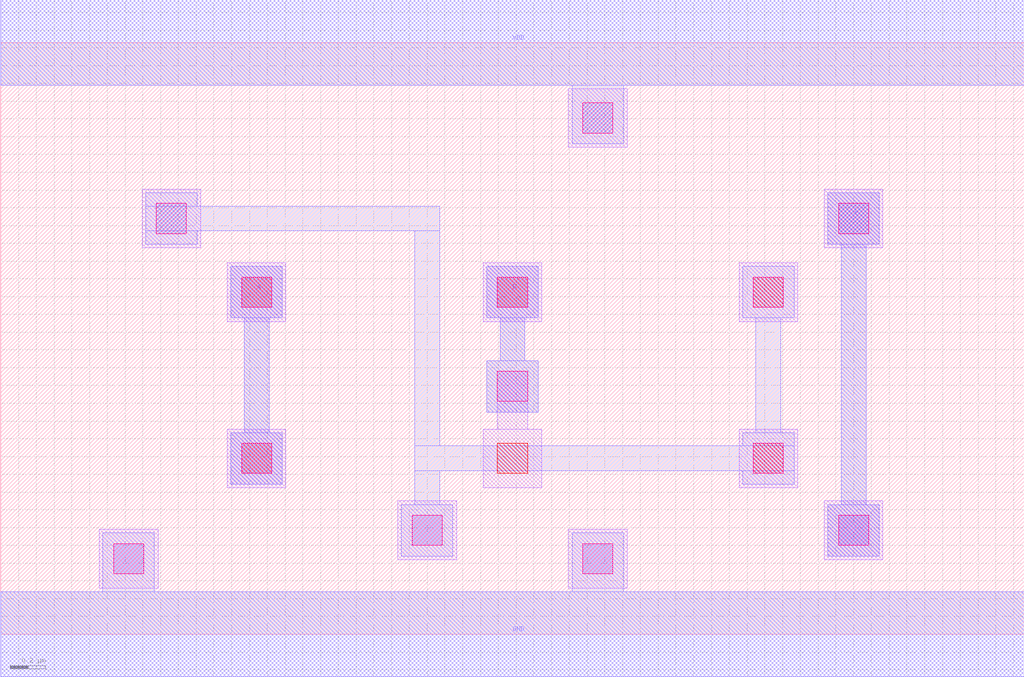
<source format=lef>
MACRO OR2X1
 CLASS CORE ;
 FOREIGN OR2X1 0 0 ;
 SIZE 5.76 BY 3.33 ;
 ORIGIN 0 0 ;
 SYMMETRY X Y R90 ;
 SITE unit ;
  PIN VDD
   DIRECTION INOUT ;
   USE POWER ;
   SHAPE ABUTMENT ;
    PORT
     CLASS CORE ;
       LAYER met1 ;
        RECT 0.00000000 3.09000000 5.76000000 3.57000000 ;
    END
  END VDD

  PIN GND
   DIRECTION INOUT ;
   USE POWER ;
   SHAPE ABUTMENT ;
    PORT
     CLASS CORE ;
       LAYER met1 ;
        RECT 0.00000000 -0.24000000 5.76000000 0.24000000 ;
    END
  END GND

  PIN Y
   DIRECTION INOUT ;
   USE SIGNAL ;
   SHAPE ABUTMENT ;
    PORT
     CLASS CORE ;
       LAYER met1 ;
        RECT 4.65500000 0.44000000 4.94500000 0.73000000 ;
        RECT 4.73000000 0.73000000 4.87000000 2.19500000 ;
        RECT 4.65500000 2.19500000 4.94500000 2.48500000 ;
    END
  END Y

  PIN B
   DIRECTION INOUT ;
   USE SIGNAL ;
   SHAPE ABUTMENT ;
    PORT
     CLASS CORE ;
       LAYER met1 ;
        RECT 2.73500000 1.25000000 3.02500000 1.54000000 ;
        RECT 2.81000000 1.54000000 2.95000000 1.78000000 ;
        RECT 2.73500000 1.78000000 3.02500000 2.07000000 ;
    END
  END B

  PIN A
   DIRECTION INOUT ;
   USE SIGNAL ;
   SHAPE ABUTMENT ;
    PORT
     CLASS CORE ;
       LAYER met1 ;
        RECT 1.29500000 0.84500000 1.58500000 1.13500000 ;
        RECT 1.37000000 1.13500000 1.51000000 1.78000000 ;
        RECT 1.29500000 1.78000000 1.58500000 2.07000000 ;
    END
  END A

 OBS
    LAYER polycont ;
     RECT 1.35500000 0.90500000 1.52500000 1.07500000 ;
     RECT 2.79500000 0.90500000 2.96500000 1.07500000 ;
     RECT 4.23500000 0.90500000 4.40500000 1.07500000 ;
     RECT 1.35500000 1.84000000 1.52500000 2.01000000 ;
     RECT 2.79500000 1.84000000 2.96500000 2.01000000 ;
     RECT 4.23500000 1.84000000 4.40500000 2.01000000 ;

    LAYER pdiffc ;
     RECT 0.87500000 2.25500000 1.04500000 2.42500000 ;
     RECT 4.71500000 2.25500000 4.88500000 2.42500000 ;
     RECT 3.27500000 2.82000000 3.44500000 2.99000000 ;

    LAYER ndiffc ;
     RECT 0.63500000 0.34000000 0.80500000 0.51000000 ;
     RECT 3.27500000 0.34000000 3.44500000 0.51000000 ;
     RECT 2.31500000 0.50000000 2.48500000 0.67000000 ;
     RECT 4.71500000 0.50000000 4.88500000 0.67000000 ;

    LAYER li1 ;
     RECT 0.55500000 0.26000000 0.88500000 0.59000000 ;
     RECT 3.19500000 0.26000000 3.52500000 0.59000000 ;
     RECT 2.23500000 0.42000000 2.56500000 0.75000000 ;
     RECT 4.63500000 0.42000000 4.96500000 0.75000000 ;
     RECT 1.27500000 0.82500000 1.60500000 1.15500000 ;
     RECT 4.15500000 0.82500000 4.48500000 1.15500000 ;
     RECT 2.71500000 0.82500000 3.04500000 1.15500000 ;
     RECT 2.79500000 1.15500000 2.96500000 1.48000000 ;
     RECT 1.27500000 1.76000000 1.60500000 2.09000000 ;
     RECT 2.71500000 1.76000000 3.04500000 2.09000000 ;
     RECT 4.15500000 1.76000000 4.48500000 2.09000000 ;
     RECT 0.79500000 2.17500000 1.12500000 2.50500000 ;
     RECT 4.63500000 2.17500000 4.96500000 2.50500000 ;
     RECT 3.19500000 2.74000000 3.52500000 3.07000000 ;

    LAYER viali ;
     RECT 0.63500000 0.34000000 0.80500000 0.51000000 ;
     RECT 3.27500000 0.34000000 3.44500000 0.51000000 ;
     RECT 2.31500000 0.50000000 2.48500000 0.67000000 ;
     RECT 4.71500000 0.50000000 4.88500000 0.67000000 ;
     RECT 1.35500000 0.90500000 1.52500000 1.07500000 ;
     RECT 4.23500000 0.90500000 4.40500000 1.07500000 ;
     RECT 2.79500000 1.31000000 2.96500000 1.48000000 ;
     RECT 1.35500000 1.84000000 1.52500000 2.01000000 ;
     RECT 2.79500000 1.84000000 2.96500000 2.01000000 ;
     RECT 4.23500000 1.84000000 4.40500000 2.01000000 ;
     RECT 0.87500000 2.25500000 1.04500000 2.42500000 ;
     RECT 4.71500000 2.25500000 4.88500000 2.42500000 ;
     RECT 3.27500000 2.82000000 3.44500000 2.99000000 ;

    LAYER met1 ;
     RECT 0.00000000 -0.24000000 5.76000000 0.24000000 ;
     RECT 0.57500000 0.24000000 0.86500000 0.57000000 ;
     RECT 3.21500000 0.24000000 3.50500000 0.57000000 ;
     RECT 1.29500000 0.84500000 1.58500000 1.13500000 ;
     RECT 1.37000000 1.13500000 1.51000000 1.78000000 ;
     RECT 1.29500000 1.78000000 1.58500000 2.07000000 ;
     RECT 2.73500000 1.25000000 3.02500000 1.54000000 ;
     RECT 2.81000000 1.54000000 2.95000000 1.78000000 ;
     RECT 2.73500000 1.78000000 3.02500000 2.07000000 ;
     RECT 2.25500000 0.44000000 2.54500000 0.73000000 ;
     RECT 2.33000000 0.73000000 2.47000000 0.92000000 ;
     RECT 4.17500000 0.84500000 4.46500000 0.92000000 ;
     RECT 2.33000000 0.92000000 4.46500000 1.06000000 ;
     RECT 4.17500000 1.06000000 4.46500000 1.13500000 ;
     RECT 4.25000000 1.13500000 4.39000000 1.78000000 ;
     RECT 4.17500000 1.78000000 4.46500000 2.07000000 ;
     RECT 0.81500000 2.19500000 1.10500000 2.27000000 ;
     RECT 2.33000000 1.06000000 2.47000000 2.27000000 ;
     RECT 0.81500000 2.27000000 2.47000000 2.41000000 ;
     RECT 0.81500000 2.41000000 1.10500000 2.48500000 ;
     RECT 4.65500000 0.44000000 4.94500000 0.73000000 ;
     RECT 4.73000000 0.73000000 4.87000000 2.19500000 ;
     RECT 4.65500000 2.19500000 4.94500000 2.48500000 ;
     RECT 3.21500000 2.76000000 3.50500000 3.09000000 ;
     RECT 0.00000000 3.09000000 5.76000000 3.57000000 ;

 END
END OR2X1

</source>
